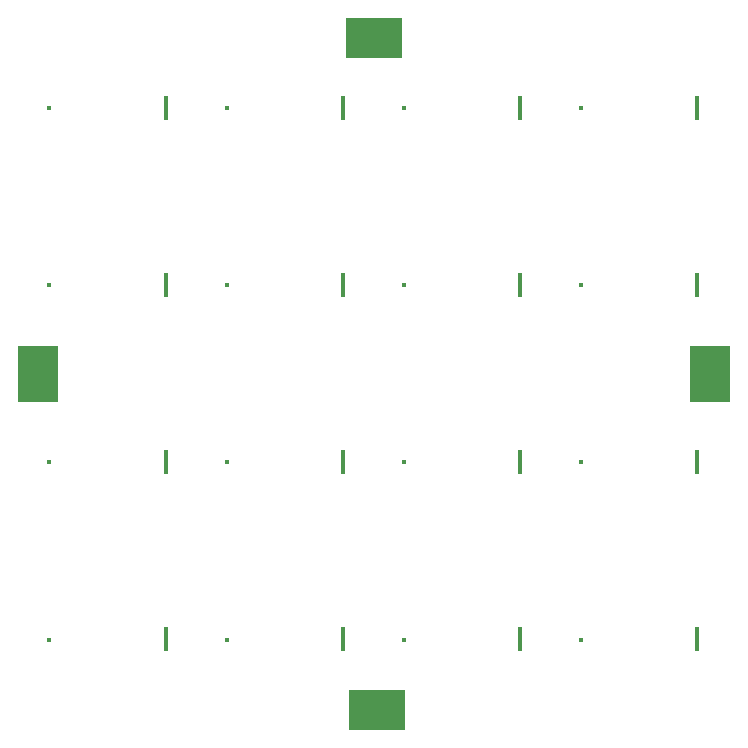
<source format=gbr>
G04 EAGLE Gerber RS-274X export*
G75*
%MOMM*%
%FSLAX34Y34*%
%LPD*%
%INSolderpaste Top*%
%IPPOS*%
%AMOC8*
5,1,8,0,0,1.08239X$1,22.5*%
G01*
%ADD10R,0.400000X0.400000*%
%ADD11R,0.400000X2.000000*%
%ADD12R,3.400000X4.700000*%
%ADD13R,4.700000X3.400000*%


D10*
X175280Y225280D03*
D11*
X273580Y225380D03*
D10*
X25280Y225280D03*
D11*
X123580Y225380D03*
D10*
X-124720Y225280D03*
D11*
X-26420Y225380D03*
D10*
X-274720Y225280D03*
D11*
X-176420Y225380D03*
D10*
X175280Y75280D03*
D11*
X273580Y75380D03*
D10*
X25280Y75280D03*
D11*
X123580Y75380D03*
D10*
X-124720Y75280D03*
D11*
X-26420Y75380D03*
D10*
X-274720Y75280D03*
D11*
X-176420Y75380D03*
D10*
X175280Y-74720D03*
D11*
X273580Y-74620D03*
D10*
X25280Y-74720D03*
D11*
X123580Y-74620D03*
D10*
X-124720Y-74720D03*
D11*
X-26420Y-74620D03*
D10*
X-274720Y-74720D03*
D11*
X-176420Y-74620D03*
D10*
X175280Y-224720D03*
D11*
X273580Y-224620D03*
D10*
X25280Y-224720D03*
D11*
X123580Y-224620D03*
D10*
X-124720Y-224720D03*
D11*
X-26420Y-224620D03*
D10*
X-274720Y-224720D03*
D11*
X-176420Y-224620D03*
D12*
X-284480Y0D03*
D13*
X2540Y-284480D03*
X0Y284480D03*
D12*
X284480Y0D03*
M02*

</source>
